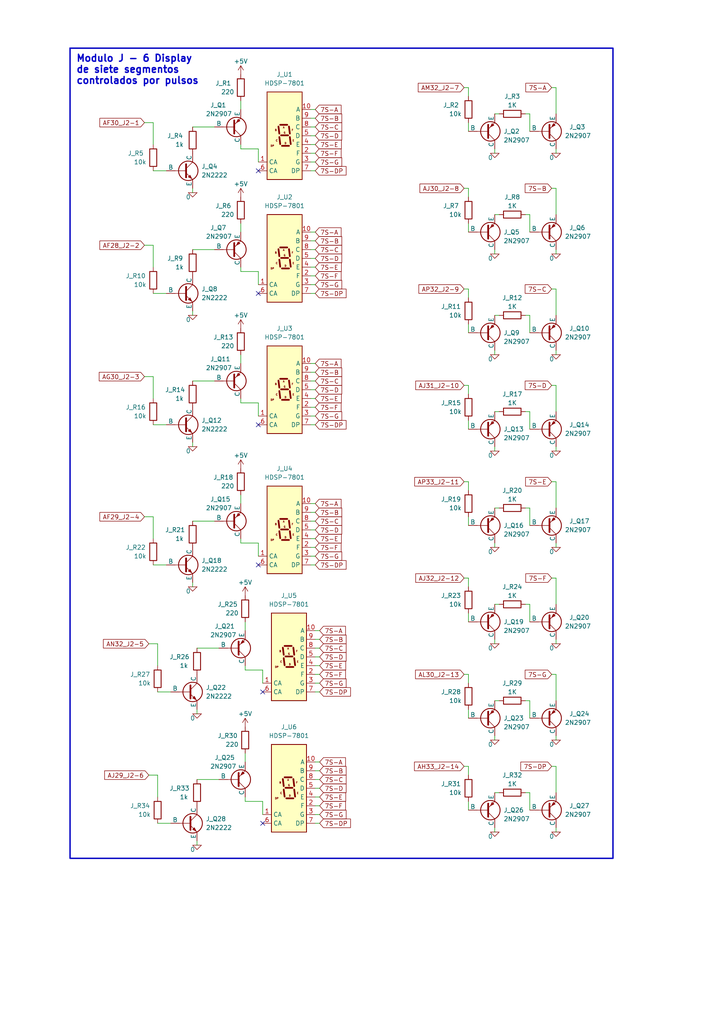
<source format=kicad_sch>
(kicad_sch (version 20230121) (generator eeschema)
  (paper "A4" portrait)
  (title_block (title "Maqueta de Laboratorio Remoto") (rev "2") (company "IIMAS UNAM") (comment 1 "Victor Manuel Lomas Barrie") (comment 2 "Abner Maya Vergara") (comment 3 "Autores:") (comment 4 "Circuito referido al diagrama de maqueta 2.0"))
  (lib_symbols
    (symbol "Device:R" (pin_numbers hide) (pin_names (offset 0))
      (property "Reference" "R" (at 2.032 0 90))
      (property "Value" "R" (at 0 0 90))
      (symbol "R_0_1"
        (rectangle (start -1.016 -2.54) (end 1.016 2.54) (stroke (width 0.254)))
      )
      (symbol "R_1_1"
        (pin passive line (at 0 3.81 270) (length 1.27) (name "~") (number "1"))
        (pin passive line (at 0 -3.81 90) (length 1.27) (name "~") (number "2"))
      )
    )
    (symbol "Display_Character:HDSP-7801"
      (property "Reference" "U" (at -3.81 13.97 0))
      (property "Value" "HDSP-7801" (at 6.35 13.97 0))
      (symbol "HDSP-7801_1_0"
        (text "A" (at 0.254 2.413 0) (effects (font (size 0.508 0.508))))
        (text "B" (at 2.54 1.651 0) (effects (font (size 0.508 0.508))))
        (text "C" (at 2.286 -1.397 0) (effects (font (size 0.508 0.508))))
        (text "D" (at -0.254 -2.159 0) (effects (font (size 0.508 0.508))))
        (text "DP" (at 3.556 -2.921 0) (effects (font (size 0.508 0.508))))
        (text "E" (at -2.54 -1.397 0) (effects (font (size 0.508 0.508))))
        (text "F" (at -2.286 1.651 0) (effects (font (size 0.508 0.508))))
        (text "G" (at 0 0.889 0) (effects (font (size 0.508 0.508))))
      )
      (symbol "HDSP-7801_1_1"
        (rectangle (start -5.08 12.7) (end 5.08 -12.7) (stroke (width 0.254)) (fill (type background)))
        (polyline (pts (xy -1.524 -0.381) (xy -1.778 -2.413)) (stroke (width 0.508)))
        (polyline (pts (xy -1.27 -2.921) (xy 0.762 -2.921)) (stroke (width 0.508)))
        (polyline (pts (xy -1.27 2.667) (xy -1.524 0.635)) (stroke (width 0.508)))
        (polyline (pts (xy -1.016 0.127) (xy 1.016 0.127)) (stroke (width 0.508)))
        (polyline (pts (xy -0.762 3.175) (xy 1.27 3.175)) (stroke (width 0.508)))
        (polyline (pts (xy 1.524 -0.381) (xy 1.27 -2.413)) (stroke (width 0.508)))
        (polyline (pts (xy 1.778 2.667) (xy 1.524 0.635)) (stroke (width 0.508)))
        (polyline (pts (xy 2.54 -2.921) (xy 2.54 -2.921)) (stroke (width 0.508)))
        (pin input line (at 7.62 -7.62 180) (length 2.54) (name "CA") (number "1"))
        (pin input line (at -7.62 7.62 0) (length 2.54) (name "A") (number "10"))
        (pin input line (at -7.62 -5.08 0) (length 2.54) (name "F") (number "2"))
        (pin input line (at -7.62 -7.62 0) (length 2.54) (name "G") (number "3"))
        (pin input line (at -7.62 -2.54 0) (length 2.54) (name "E") (number "4"))
        (pin input line (at -7.62 0 0) (length 2.54) (name "D") (number "5"))
        (pin input line (at 7.62 -10.16 180) (length 2.54) (name "CA") (number "6"))
        (pin input line (at -7.62 -10.16 0) (length 2.54) (name "DP") (number "7"))
        (pin input line (at -7.62 2.54 0) (length 2.54) (name "C") (number "8"))
        (pin input line (at -7.62 5.08 0) (length 2.54) (name "B") (number "9"))
      )
    )
    (symbol "Simulation_SPICE:0" (power) (pin_names (offset 0))
      (property "Value" "0" (at 0 -1.778 0))
      (symbol "0_0_1"
        (polyline (pts (xy -1.27 0) (xy 0 -1.27) (xy 1.27 0) (xy -1.27 0)))
      )
      (symbol "0_1_1"
        (pin power_in line (at 0 0 0) (length 0) hide (name "0") (number "1"))
      )
    )
    (symbol "Simulation_SPICE:NPN" (pin_numbers hide) (pin_names (offset 0))
      (property "Reference" "Q" (at -2.54 7.62 0))
      (property "Value" "NPN" (at -2.54 5.08 0))
      (symbol "NPN_0_1"
        (polyline (pts (xy -2.54 0) (xy 0.635 0)) (stroke (width 0.1524)))
        (polyline (pts (xy 0.635 0.635) (xy 2.54 2.54)))
        (polyline (pts (xy 2.794 -1.27) (xy 2.794 -1.27)) (stroke (width 0.1524)))
        (polyline (pts (xy 2.794 -1.27) (xy 2.794 -1.27)) (stroke (width 0.1524)))
        (polyline (pts (xy 0.635 -0.635) (xy 2.54 -2.54) (xy 2.54 -2.54)))
        (polyline (pts (xy 0.635 1.905) (xy 0.635 -1.905) (xy 0.635 -1.905)) (stroke (width 0.508)))
        (polyline (pts (xy 1.27 -1.778) (xy 1.778 -1.27) (xy 2.286 -2.286) (xy 1.27 -1.778) (xy 1.27 -1.778)) (fill (type outline)))
        (circle (center 1.27 0) (radius 2.8194) (stroke (width 0.254)))
      )
      (symbol "NPN_1_1"
        (pin open_collector line (at 2.54 5.08 270) (length 2.54) (name "C") (number "1"))
        (pin input line (at -5.08 0 0) (length 2.54) (name "B") (number "2"))
        (pin open_emitter line (at 2.54 -5.08 90) (length 2.54) (name "E") (number "3"))
      )
    )
    (symbol "Simulation_SPICE:PNP" (pin_numbers hide) (pin_names (offset 0))
      (property "Reference" "Q" (at -2.54 7.62 0))
      (property "Value" "PNP" (at -2.54 5.08 0))
      (symbol "PNP_0_1"
        (polyline (pts (xy -2.54 0) (xy 0.635 0)) (stroke (width 0.1524)))
        (polyline (pts (xy 0.635 0.635) (xy 2.54 2.54)))
        (polyline (pts (xy 0.635 -0.635) (xy 2.54 -2.54) (xy 2.54 -2.54)))
        (polyline (pts (xy 0.635 1.905) (xy 0.635 -1.905) (xy 0.635 -1.905)) (stroke (width 0.508)))
        (polyline (pts (xy 2.286 -1.778) (xy 1.778 -2.286) (xy 1.27 -1.27) (xy 2.286 -1.778) (xy 2.286 -1.778)) (fill (type outline)))
        (circle (center 1.27 0) (radius 2.8194) (stroke (width 0.254)))
      )
      (symbol "PNP_1_1"
        (pin open_collector line (at 2.54 5.08 270) (length 2.54) (name "C") (number "1"))
        (pin input line (at -5.08 0 0) (length 2.54) (name "B") (number "2"))
        (pin open_emitter line (at 2.54 -5.08 90) (length 2.54) (name "E") (number "3"))
      )
    )
    (symbol "power:+5V" (power) (pin_names (offset 0))
      (property "Value" "+5V" (at 0 3.556 0))
      (symbol "+5V_0_1"
        (polyline (pts (xy -0.762 1.27) (xy 0 2.54)))
        (polyline (pts (xy 0 0) (xy 0 2.54)))
        (polyline (pts (xy 0 2.54) (xy 0.762 1.27)))
      )
      (symbol "+5V_1_1"
        (pin power_in line (at 0 0 90) (length 0) hide (name "+5V") (number "1"))
      )
    )
  )
  (no_connect (at 74.93 163.83))
  (no_connect (at 74.93 123.19))
  (no_connect (at 76.2 200.66))
  (no_connect (at 74.93 85.09))
  (no_connect (at 74.93 49.53))
  (no_connect (at 76.2 238.76))
  (wire (pts (xy 44.45 71.12) (xy 44.45 77.47)))
  (wire (pts (xy 90.17 41.91) (xy 91.44 41.91)))
  (wire (pts (xy 153.67 96.52) (xy 153.67 91.44)))
  (wire (pts (xy 41.91 109.22) (xy 44.45 109.22)))
  (wire (pts (xy 153.67 124.46) (xy 153.67 119.38)))
  (wire (pts (xy 134.62 222.25) (xy 135.89 222.25)))
  (wire (pts (xy 69.85 143.51) (xy 69.85 146.05)))
  (wire (pts (xy 153.67 180.34) (xy 153.67 175.26)))
  (wire (pts (xy 91.44 182.88) (xy 92.71 182.88)))
  (wire (pts (xy 144.78 33.02) (xy 143.51 33.02)))
  (wire (pts (xy 144.78 119.38) (xy 143.51 119.38)))
  (wire (pts (xy 144.78 175.26) (xy 143.51 175.26)))
  (wire (pts (xy 55.88 90.17) (xy 55.88 91.44)))
  (wire (pts (xy 144.78 229.87) (xy 143.51 229.87)))
  (wire (pts (xy 74.93 78.74) (xy 74.93 82.55)))
  (wire (pts (xy 44.45 123.19) (xy 48.26 123.19)))
  (wire (pts (xy 161.29 139.7) (xy 161.29 147.32)))
  (wire (pts (xy 90.17 36.83) (xy 91.44 36.83)))
  (wire (pts (xy 44.45 35.56) (xy 44.45 41.91)))
  (wire (pts (xy 90.17 44.45) (xy 91.44 44.45)))
  (wire (pts (xy 153.67 91.44) (xy 152.4 91.44)))
  (wire (pts (xy 160.02 25.4) (xy 161.29 25.4)))
  (wire (pts (xy 161.29 195.58) (xy 161.29 203.2)))
  (wire (pts (xy 55.88 151.13) (xy 62.23 151.13)))
  (wire (pts (xy 90.17 34.29) (xy 91.44 34.29)))
  (wire (pts (xy 135.89 232.41) (xy 135.89 234.95)))
  (wire (pts (xy 153.67 38.1) (xy 153.67 33.02)))
  (wire (pts (xy 135.89 93.98) (xy 135.89 96.52)))
  (wire (pts (xy 90.17 69.85) (xy 91.44 69.85)))
  (wire (pts (xy 90.17 74.93) (xy 91.44 74.93)))
  (wire (pts (xy 153.67 152.4) (xy 153.67 147.32)))
  (wire (pts (xy 69.85 78.74) (xy 74.93 78.74)))
  (wire (pts (xy 160.02 167.64) (xy 161.29 167.64)))
  (wire (pts (xy 90.17 105.41) (xy 91.44 105.41)))
  (wire (pts (xy 90.17 158.75) (xy 91.44 158.75)))
  (wire (pts (xy 91.44 187.96) (xy 92.71 187.96)))
  (wire (pts (xy 153.67 119.38) (xy 152.4 119.38)))
  (wire (pts (xy 161.29 240.03) (xy 161.29 241.3)))
  (wire (pts (xy 43.18 224.79) (xy 45.72 224.79)))
  (wire (pts (xy 90.17 146.05) (xy 91.44 146.05)))
  (wire (pts (xy 91.44 195.58) (xy 92.71 195.58)))
  (wire (pts (xy 55.88 128.27) (xy 55.88 129.54)))
  (wire (pts (xy 71.12 218.44) (xy 71.12 220.98)))
  (wire (pts (xy 161.29 157.48) (xy 161.29 158.75)))
  (wire (pts (xy 55.88 110.49) (xy 62.23 110.49)))
  (wire (pts (xy 55.88 36.83) (xy 62.23 36.83)))
  (wire (pts (xy 135.89 195.58) (xy 135.89 198.12)))
  (wire (pts (xy 135.89 83.82) (xy 135.89 86.36)))
  (wire (pts (xy 143.51 101.6) (xy 143.51 102.87)))
  (wire (pts (xy 91.44 238.76) (xy 92.71 238.76)))
  (wire (pts (xy 144.78 203.2) (xy 143.51 203.2)))
  (wire (pts (xy 57.15 187.96) (xy 63.5 187.96)))
  (wire (pts (xy 161.29 54.61) (xy 161.29 62.23)))
  (wire (pts (xy 90.17 31.75) (xy 91.44 31.75)))
  (wire (pts (xy 161.29 25.4) (xy 161.29 33.02)))
  (wire (pts (xy 69.85 115.57) (xy 69.85 116.84)))
  (wire (pts (xy 71.12 180.34) (xy 71.12 182.88)))
  (wire (pts (xy 55.88 54.61) (xy 55.88 55.88)))
  (wire (pts (xy 90.17 39.37) (xy 91.44 39.37)))
  (wire (pts (xy 153.67 229.87) (xy 152.4 229.87)))
  (wire (pts (xy 57.15 243.84) (xy 57.15 245.11)))
  (wire (pts (xy 153.67 33.02) (xy 152.4 33.02)))
  (wire (pts (xy 134.62 54.61) (xy 135.89 54.61)))
  (wire (pts (xy 135.89 139.7) (xy 135.89 142.24)))
  (wire (pts (xy 91.44 200.66) (xy 92.71 200.66)))
  (wire (pts (xy 44.45 85.09) (xy 48.26 85.09)))
  (wire (pts (xy 55.88 72.39) (xy 62.23 72.39)))
  (wire (pts (xy 69.85 156.21) (xy 69.85 157.48)))
  (wire (pts (xy 69.85 102.87) (xy 69.85 105.41)))
  (wire (pts (xy 153.67 62.23) (xy 152.4 62.23)))
  (wire (pts (xy 44.45 109.22) (xy 44.45 115.57)))
  (wire (pts (xy 74.93 43.18) (xy 74.93 46.99)))
  (wire (pts (xy 90.17 156.21) (xy 91.44 156.21)))
  (wire (pts (xy 90.17 161.29) (xy 91.44 161.29)))
  (wire (pts (xy 44.45 163.83) (xy 48.26 163.83)))
  (wire (pts (xy 134.62 83.82) (xy 135.89 83.82)))
  (wire (pts (xy 90.17 72.39) (xy 91.44 72.39)))
  (wire (pts (xy 135.89 205.74) (xy 135.89 208.28)))
  (wire (pts (xy 45.72 200.66) (xy 49.53 200.66)))
  (wire (pts (xy 71.12 232.41) (xy 76.2 232.41)))
  (wire (pts (xy 161.29 213.36) (xy 161.29 214.63)))
  (wire (pts (xy 134.62 167.64) (xy 135.89 167.64)))
  (wire (pts (xy 90.17 113.03) (xy 91.44 113.03)))
  (wire (pts (xy 91.44 236.22) (xy 92.71 236.22)))
  (wire (pts (xy 90.17 118.11) (xy 91.44 118.11)))
  (wire (pts (xy 135.89 54.61) (xy 135.89 57.15)))
  (wire (pts (xy 135.89 149.86) (xy 135.89 152.4)))
  (wire (pts (xy 71.12 194.31) (xy 76.2 194.31)))
  (wire (pts (xy 134.62 25.4) (xy 135.89 25.4)))
  (wire (pts (xy 41.91 71.12) (xy 44.45 71.12)))
  (wire (pts (xy 160.02 54.61) (xy 161.29 54.61)))
  (wire (pts (xy 160.02 195.58) (xy 161.29 195.58)))
  (wire (pts (xy 90.17 85.09) (xy 91.44 85.09)))
  (wire (pts (xy 91.44 223.52) (xy 92.71 223.52)))
  (wire (pts (xy 153.67 208.28) (xy 153.67 203.2)))
  (wire (pts (xy 153.67 175.26) (xy 152.4 175.26)))
  (wire (pts (xy 91.44 231.14) (xy 92.71 231.14)))
  (wire (pts (xy 55.88 168.91) (xy 55.88 170.18)))
  (wire (pts (xy 161.29 72.39) (xy 161.29 73.66)))
  (wire (pts (xy 134.62 195.58) (xy 135.89 195.58)))
  (wire (pts (xy 144.78 62.23) (xy 143.51 62.23)))
  (wire (pts (xy 45.72 186.69) (xy 45.72 193.04)))
  (wire (pts (xy 71.12 193.04) (xy 71.12 194.31)))
  (wire (pts (xy 143.51 240.03) (xy 143.51 241.3)))
  (wire (pts (xy 90.17 80.01) (xy 91.44 80.01)))
  (wire (pts (xy 91.44 226.06) (xy 92.71 226.06)))
  (wire (pts (xy 135.89 121.92) (xy 135.89 124.46)))
  (wire (pts (xy 153.67 147.32) (xy 152.4 147.32)))
  (wire (pts (xy 90.17 163.83) (xy 91.44 163.83)))
  (wire (pts (xy 90.17 107.95) (xy 91.44 107.95)))
  (wire (pts (xy 69.85 41.91) (xy 69.85 43.18)))
  (wire (pts (xy 90.17 46.99) (xy 91.44 46.99)))
  (wire (pts (xy 90.17 49.53) (xy 91.44 49.53)))
  (wire (pts (xy 161.29 101.6) (xy 161.29 102.87)))
  (wire (pts (xy 90.17 115.57) (xy 91.44 115.57)))
  (wire (pts (xy 45.72 224.79) (xy 45.72 231.14)))
  (wire (pts (xy 161.29 185.42) (xy 161.29 186.69)))
  (wire (pts (xy 161.29 129.54) (xy 161.29 130.81)))
  (wire (pts (xy 91.44 220.98) (xy 92.71 220.98)))
  (wire (pts (xy 135.89 64.77) (xy 135.89 67.31)))
  (wire (pts (xy 91.44 185.42) (xy 92.71 185.42)))
  (wire (pts (xy 134.62 111.76) (xy 135.89 111.76)))
  (wire (pts (xy 90.17 110.49) (xy 91.44 110.49)))
  (wire (pts (xy 135.89 111.76) (xy 135.89 114.3)))
  (wire (pts (xy 76.2 232.41) (xy 76.2 236.22)))
  (wire (pts (xy 143.51 185.42) (xy 143.51 186.69)))
  (wire (pts (xy 161.29 83.82) (xy 161.29 91.44)))
  (wire (pts (xy 91.44 233.68) (xy 92.71 233.68)))
  (wire (pts (xy 144.78 91.44) (xy 143.51 91.44)))
  (wire (pts (xy 143.51 157.48) (xy 143.51 158.75)))
  (wire (pts (xy 69.85 43.18) (xy 74.93 43.18)))
  (wire (pts (xy 45.72 238.76) (xy 49.53 238.76)))
  (wire (pts (xy 69.85 29.21) (xy 69.85 31.75)))
  (wire (pts (xy 76.2 194.31) (xy 76.2 198.12)))
  (wire (pts (xy 143.51 72.39) (xy 143.51 73.66)))
  (wire (pts (xy 153.67 67.31) (xy 153.67 62.23)))
  (wire (pts (xy 74.93 116.84) (xy 74.93 120.65)))
  (wire (pts (xy 91.44 228.6) (xy 92.71 228.6)))
  (wire (pts (xy 91.44 193.04) (xy 92.71 193.04)))
  (wire (pts (xy 143.51 43.18) (xy 143.51 44.45)))
  (wire (pts (xy 90.17 67.31) (xy 91.44 67.31)))
  (wire (pts (xy 135.89 35.56) (xy 135.89 38.1)))
  (wire (pts (xy 144.78 147.32) (xy 143.51 147.32)))
  (wire (pts (xy 135.89 222.25) (xy 135.89 224.79)))
  (wire (pts (xy 44.45 49.53) (xy 48.26 49.53)))
  (wire (pts (xy 135.89 167.64) (xy 135.89 170.18)))
  (wire (pts (xy 91.44 198.12) (xy 92.71 198.12)))
  (wire (pts (xy 90.17 77.47) (xy 91.44 77.47)))
  (wire (pts (xy 74.93 157.48) (xy 74.93 161.29)))
  (wire (pts (xy 69.85 116.84) (xy 74.93 116.84)))
  (wire (pts (xy 69.85 157.48) (xy 74.93 157.48)))
  (wire (pts (xy 41.91 35.56) (xy 44.45 35.56)))
  (wire (pts (xy 161.29 43.18) (xy 161.29 44.45)))
  (wire (pts (xy 135.89 25.4) (xy 135.89 27.94)))
  (wire (pts (xy 69.85 77.47) (xy 69.85 78.74)))
  (wire (pts (xy 90.17 82.55) (xy 91.44 82.55)))
  (wire (pts (xy 57.15 205.74) (xy 57.15 207.01)))
  (wire (pts (xy 90.17 123.19) (xy 91.44 123.19)))
  (wire (pts (xy 160.02 139.7) (xy 161.29 139.7)))
  (wire (pts (xy 143.51 213.36) (xy 143.51 214.63)))
  (wire (pts (xy 135.89 177.8) (xy 135.89 180.34)))
  (wire (pts (xy 134.62 139.7) (xy 135.89 139.7)))
  (wire (pts (xy 161.29 222.25) (xy 161.29 229.87)))
  (wire (pts (xy 90.17 151.13) (xy 91.44 151.13)))
  (wire (pts (xy 90.17 120.65) (xy 91.44 120.65)))
  (wire (pts (xy 160.02 222.25) (xy 161.29 222.25)))
  (wire (pts (xy 91.44 190.5) (xy 92.71 190.5)))
  (wire (pts (xy 153.67 203.2) (xy 152.4 203.2)))
  (wire (pts (xy 160.02 83.82) (xy 161.29 83.82)))
  (wire (pts (xy 143.51 129.54) (xy 143.51 130.81)))
  (wire (pts (xy 90.17 148.59) (xy 91.44 148.59)))
  (wire (pts (xy 57.15 226.06) (xy 63.5 226.06)))
  (wire (pts (xy 69.85 64.77) (xy 69.85 67.31)))
  (wire (pts (xy 153.67 234.95) (xy 153.67 229.87)))
  (wire (pts (xy 90.17 153.67) (xy 91.44 153.67)))
  (wire (pts (xy 71.12 231.14) (xy 71.12 232.41)))
  (wire (pts (xy 160.02 111.76) (xy 161.29 111.76)))
  (wire (pts (xy 43.18 186.69) (xy 45.72 186.69)))
  (wire (pts (xy 44.45 149.86) (xy 44.45 156.21)))
  (wire (pts (xy 161.29 111.76) (xy 161.29 119.38)))
  (wire (pts (xy 161.29 167.64) (xy 161.29 175.26)))
  (wire (pts (xy 41.91 149.86) (xy 44.45 149.86)))
  (text_box "Modulo J - 6 Display \nde siete segmentos \ncontrolados por pulsos\n" (at 20.32 13.97 0) (size 157.48 234.95) (stroke (width 0.4)) (effects (font (size 2 2) (thickness 0.4) bold) (justify left top)))
  (global_label "7S-D" (shape input) (at 91.44 74.93 0) (property "Intersheetrefs" "${INTERSHEET_REFS}" (effects hide)))
  (global_label "7S-DP" (shape input) (at 91.44 85.09 0) (property "Intersheetrefs" "${INTERSHEET_REFS}" (effects hide)))
  (global_label "7S-A" (shape input) (at 91.44 146.05 0) (property "Intersheetrefs" "${INTERSHEET_REFS}" (effects hide)))
  (global_label "7S-E" (shape input) (at 91.44 77.47 0) (property "Intersheetrefs" "${INTERSHEET_REFS}" (effects hide)))
  (global_label "AJ31_J2-10" (shape input) (at 134.62 111.76 180) (property "Intersheetrefs" "${INTERSHEET_REFS}" (effects hide)))
  (global_label "7S-DP" (shape input) (at 92.71 200.66 0) (property "Intersheetrefs" "${INTERSHEET_REFS}" (effects hide)))
  (global_label "7S-B" (shape input) (at 91.44 69.85 0) (property "Intersheetrefs" "${INTERSHEET_REFS}" (effects hide)))
  (global_label "7S-B" (shape input) (at 92.71 185.42 0) (property "Intersheetrefs" "${INTERSHEET_REFS}" (effects hide)))
  (global_label "7S-C" (shape input) (at 160.02 83.82 180) (property "Intersheetrefs" "${INTERSHEET_REFS}" (effects hide)))
  (global_label "7S-C" (shape input) (at 91.44 36.83 0) (property "Intersheetrefs" "${INTERSHEET_REFS}" (effects hide)))
  (global_label "7S-A" (shape input) (at 91.44 67.31 0) (property "Intersheetrefs" "${INTERSHEET_REFS}" (effects hide)))
  (global_label "7S-D" (shape input) (at 92.71 190.5 0) (property "Intersheetrefs" "${INTERSHEET_REFS}" (effects hide)))
  (global_label "7S-C" (shape input) (at 91.44 110.49 0) (property "Intersheetrefs" "${INTERSHEET_REFS}" (effects hide)))
  (global_label "7S-DP" (shape input) (at 92.71 238.76 0) (property "Intersheetrefs" "${INTERSHEET_REFS}" (effects hide)))
  (global_label "7S-B" (shape input) (at 92.71 223.52 0) (property "Intersheetrefs" "${INTERSHEET_REFS}" (effects hide)))
  (global_label "7S-B" (shape input) (at 91.44 107.95 0) (property "Intersheetrefs" "${INTERSHEET_REFS}" (effects hide)))
  (global_label "7S-F" (shape input) (at 91.44 158.75 0) (property "Intersheetrefs" "${INTERSHEET_REFS}" (effects hide)))
  (global_label "AF29_J2-4" (shape input) (at 41.91 149.86 180) (property "Intersheetrefs" "${INTERSHEET_REFS}" (effects hide)))
  (global_label "7S-C" (shape input) (at 92.71 187.96 0) (property "Intersheetrefs" "${INTERSHEET_REFS}" (effects hide)))
  (global_label "7S-F" (shape input) (at 92.71 195.58 0) (property "Intersheetrefs" "${INTERSHEET_REFS}" (effects hide)))
  (global_label "7S-DP" (shape input) (at 91.44 49.53 0) (property "Intersheetrefs" "${INTERSHEET_REFS}" (effects hide)))
  (global_label "7S-E" (shape input) (at 91.44 41.91 0) (property "Intersheetrefs" "${INTERSHEET_REFS}" (effects hide)))
  (global_label "7S-G" (shape input) (at 91.44 120.65 0) (property "Intersheetrefs" "${INTERSHEET_REFS}" (effects hide)))
  (global_label "AG30_J2-3" (shape input) (at 41.91 109.22 180) (property "Intersheetrefs" "${INTERSHEET_REFS}" (effects hide)))
  (global_label "7S-D" (shape input) (at 91.44 153.67 0) (property "Intersheetrefs" "${INTERSHEET_REFS}" (effects hide)))
  (global_label "7S-G" (shape input) (at 160.02 195.58 180) (property "Intersheetrefs" "${INTERSHEET_REFS}" (effects hide)))
  (global_label "7S-D" (shape input) (at 91.44 113.03 0) (property "Intersheetrefs" "${INTERSHEET_REFS}" (effects hide)))
  (global_label "AN32_J2-5" (shape input) (at 43.18 186.69 180) (property "Intersheetrefs" "${INTERSHEET_REFS}" (effects hide)))
  (global_label "7S-A" (shape input) (at 92.71 220.98 0) (property "Intersheetrefs" "${INTERSHEET_REFS}" (effects hide)))
  (global_label "7S-G" (shape input) (at 91.44 161.29 0) (property "Intersheetrefs" "${INTERSHEET_REFS}" (effects hide)))
  (global_label "7S-F" (shape input) (at 91.44 44.45 0) (property "Intersheetrefs" "${INTERSHEET_REFS}" (effects hide)))
  (global_label "7S-C" (shape input) (at 91.44 72.39 0) (property "Intersheetrefs" "${INTERSHEET_REFS}" (effects hide)))
  (global_label "7S-D" (shape input) (at 91.44 39.37 0) (property "Intersheetrefs" "${INTERSHEET_REFS}" (effects hide)))
  (global_label "AF30_J2-1" (shape input) (at 41.91 35.56 180) (property "Intersheetrefs" "${INTERSHEET_REFS}" (effects hide)))
  (global_label "7S-G" (shape input) (at 92.71 236.22 0) (property "Intersheetrefs" "${INTERSHEET_REFS}" (effects hide)))
  (global_label "7S-C" (shape input) (at 92.71 226.06 0) (property "Intersheetrefs" "${INTERSHEET_REFS}" (effects hide)))
  (global_label "7S-G" (shape input) (at 92.71 198.12 0) (property "Intersheetrefs" "${INTERSHEET_REFS}" (effects hide)))
  (global_label "7S-D" (shape input) (at 160.02 111.76 180) (property "Intersheetrefs" "${INTERSHEET_REFS}" (effects hide)))
  (global_label "7S-A" (shape input) (at 160.02 25.4 180) (property "Intersheetrefs" "${INTERSHEET_REFS}" (effects hide)))
  (global_label "7S-F" (shape input) (at 92.71 233.68 0) (property "Intersheetrefs" "${INTERSHEET_REFS}" (effects hide)))
  (global_label "7S-C" (shape input) (at 91.44 151.13 0) (property "Intersheetrefs" "${INTERSHEET_REFS}" (effects hide)))
  (global_label "7S-A" (shape input) (at 91.44 31.75 0) (property "Intersheetrefs" "${INTERSHEET_REFS}" (effects hide)))
  (global_label "7S-F" (shape input) (at 160.02 167.64 180) (property "Intersheetrefs" "${INTERSHEET_REFS}" (effects hide)))
  (global_label "7S-A" (shape input) (at 91.44 105.41 0) (property "Intersheetrefs" "${INTERSHEET_REFS}" (effects hide)))
  (global_label "7S-B" (shape input) (at 160.02 54.61 180) (property "Intersheetrefs" "${INTERSHEET_REFS}" (effects hide)))
  (global_label "7S-E" (shape input) (at 92.71 231.14 0) (property "Intersheetrefs" "${INTERSHEET_REFS}" (effects hide)))
  (global_label "7S-F" (shape input) (at 91.44 80.01 0) (property "Intersheetrefs" "${INTERSHEET_REFS}" (effects hide)))
  (global_label "7S-G" (shape input) (at 91.44 82.55 0) (property "Intersheetrefs" "${INTERSHEET_REFS}" (effects hide)))
  (global_label "7S-D" (shape input) (at 92.71 228.6 0) (property "Intersheetrefs" "${INTERSHEET_REFS}" (effects hide)))
  (global_label "7S-B" (shape input) (at 91.44 34.29 0) (property "Intersheetrefs" "${INTERSHEET_REFS}" (effects hide)))
  (global_label "AF28_J2-2" (shape input) (at 41.91 71.12 180) (property "Intersheetrefs" "${INTERSHEET_REFS}" (effects hide)))
  (global_label "7S-E" (shape input) (at 160.02 139.7 180) (property "Intersheetrefs" "${INTERSHEET_REFS}" (effects hide)))
  (global_label "7S-E" (shape input) (at 91.44 115.57 0) (property "Intersheetrefs" "${INTERSHEET_REFS}" (effects hide)))
  (global_label "AJ29_J2-6" (shape input) (at 43.18 224.79 180) (property "Intersheetrefs" "${INTERSHEET_REFS}" (effects hide)))
  (global_label "7S-A" (shape input) (at 92.71 182.88 0) (property "Intersheetrefs" "${INTERSHEET_REFS}" (effects hide)))
  (global_label "AP32_J2-9" (shape input) (at 134.62 83.82 180) (property "Intersheetrefs" "${INTERSHEET_REFS}" (effects hide)))
  (global_label "AP33_J2-11" (shape input) (at 134.62 139.7 180) (property "Intersheetrefs" "${INTERSHEET_REFS}" (effects hide)))
  (global_label "7S-E" (shape input) (at 92.71 193.04 0) (property "Intersheetrefs" "${INTERSHEET_REFS}" (effects hide)))
  (global_label "7S-B" (shape input) (at 91.44 148.59 0) (property "Intersheetrefs" "${INTERSHEET_REFS}" (effects hide)))
  (global_label "AM32_J2-7" (shape input) (at 134.62 25.4 180) (property "Intersheetrefs" "${INTERSHEET_REFS}" (effects hide)))
  (global_label "7S-DP" (shape input) (at 91.44 123.19 0) (property "Intersheetrefs" "${INTERSHEET_REFS}" (effects hide)))
  (global_label "7S-G" (shape input) (at 91.44 46.99 0) (property "Intersheetrefs" "${INTERSHEET_REFS}" (effects hide)))
  (global_label "AL30_J2-13" (shape input) (at 134.62 195.58 180) (property "Intersheetrefs" "${INTERSHEET_REFS}" (effects hide)))
  (global_label "7S-DP" (shape input) (at 160.02 222.25 180) (property "Intersheetrefs" "${INTERSHEET_REFS}" (effects hide)))
  (global_label "7S-E" (shape input) (at 91.44 156.21 0) (property "Intersheetrefs" "${INTERSHEET_REFS}" (effects hide)))
  (global_label "AJ30_J2-8" (shape input) (at 134.62 54.61 180) (property "Intersheetrefs" "${INTERSHEET_REFS}" (effects hide)))
  (global_label "AJ32_J2-12" (shape input) (at 134.62 167.64 180) (property "Intersheetrefs" "${INTERSHEET_REFS}" (effects hide)))
  (global_label "AH33_J2-14" (shape input) (at 134.62 222.25 180) (property "Intersheetrefs" "${INTERSHEET_REFS}" (effects hide)))
  (global_label "7S-F" (shape input) (at 91.44 118.11 0) (property "Intersheetrefs" "${INTERSHEET_REFS}" (effects hide)))
  (global_label "7S-DP" (shape input) (at 91.44 163.83 0) (property "Intersheetrefs" "${INTERSHEET_REFS}" (effects hide)))
  (symbol (lib_id "Device:R") (at 148.59 203.2 90) (unit 1)
    (property "Reference" "J_R29" (at 148.59 198.12 90))
    (property "Value" "1K" (at 148.59 200.66 90))
    (property "Sim.Device" "R" (effects hide))
    (property "Sim.Pins" "1=+ 2=-" (effects hide))
  )
  (symbol (lib_id "Device:R") (at 135.89 31.75 0) (mirror y) (unit 1)
    (property "Reference" "J_R2" (at 130.81 30.48 0))
    (property "Value" "10k" (at 132.08 33.02 0))
    (property "Sim.Device" "R" (effects hide))
    (property "Sim.Pins" "1=+ 2=-" (effects hide))
  )
  (symbol (lib_id "Device:R") (at 135.89 90.17 0) (mirror y) (unit 1)
    (property "Reference" "J_R11" (at 130.81 88.9 0))
    (property "Value" "10k" (at 132.08 91.44 0))
    (property "Sim.Device" "R" (effects hide))
    (property "Sim.Pins" "1=+ 2=-" (effects hide))
  )
  (symbol (lib_id "Device:R") (at 69.85 139.7 0) (unit 1)
    (property "Reference" "J_R18" (at 64.77 138.43 0))
    (property "Value" "220" (at 66.04 140.97 0))
    (property "Sim.Device" "R" (effects hide))
    (property "Sim.Pins" "1=+ 2=-" (effects hide))
  )
  (symbol (lib_id "Display_Character:HDSP-7801") (at 82.55 39.37 0) (mirror y) (unit 1)
    (property "Reference" "J_U1" (at 82.55 21.59 0))
    (property "Value" "HDSP-7801" (at 82.55 24.13 0))
    (property "Footprint" "Display_7Segment:HDSP-7801" (effects hide))
    (property "Datasheet" "https://docs.broadcom.com/docs/AV02-2553EN" (effects hide))
  )
  (symbol (lib_id "Simulation_SPICE:0") (at 143.51 241.3 0) (mirror y) (unit 1)
    (property "Reference" "#GND064" (effects hide))
    (property "Value" "0" (at 142.24 242.57 0))
  )
  (symbol (lib_id "Simulation_SPICE:0") (at 55.88 170.18 0) (mirror y) (unit 1)
    (property "Reference" "#GND058" (effects hide))
    (property "Value" "0" (at 54.61 171.45 0))
  )
  (symbol (lib_id "Simulation_SPICE:PNP") (at 67.31 151.13 0) (mirror x) (unit 1)
    (property "Reference" "J_Q15" (at 60.96 144.78 0) (effects (justify left)))
    (property "Value" "2N2907" (at 59.69 147.32 0) (effects (justify left)))
    (property "Sim.Device" "PNP" (effects hide))
    (property "Sim.Type" "GUMMELPOON" (effects hide))
    (property "Sim.Pins" "1=C 2=B 3=E" (effects hide))
  )
  (symbol (lib_id "Device:R") (at 135.89 173.99 0) (mirror y) (unit 1)
    (property "Reference" "J_R23" (at 130.81 172.72 0))
    (property "Value" "10k" (at 132.08 175.26 0))
    (property "Sim.Device" "R" (effects hide))
    (property "Sim.Pins" "1=+ 2=-" (effects hide))
  )
  (symbol (lib_id "Simulation_SPICE:PNP") (at 68.58 226.06 0) (mirror x) (unit 1)
    (property "Reference" "J_Q25" (at 62.23 219.71 0) (effects (justify left)))
    (property "Value" "2N2907" (at 60.96 222.25 0) (effects (justify left)))
    (property "Sim.Device" "PNP" (effects hide))
    (property "Sim.Type" "GUMMELPOON" (effects hide))
    (property "Sim.Pins" "1=C 2=B 3=E" (effects hide))
  )
  (symbol (lib_id "Display_Character:HDSP-7801") (at 82.55 153.67 0) (mirror y) (unit 1)
    (property "Reference" "J_U4" (at 82.55 135.89 0))
    (property "Value" "HDSP-7801" (at 82.55 138.43 0))
    (property "Footprint" "Display_7Segment:HDSP-7801" (effects hide))
    (property "Datasheet" "https://docs.broadcom.com/docs/AV02-2553EN" (effects hide))
  )
  (symbol (lib_id "power:+5V") (at 69.85 21.59 0) (mirror y) (unit 1)
    (property "Reference" "#PWR041" (effects hide))
    (property "Value" "+5V" (at 69.85 17.78 0))
  )
  (symbol (lib_id "Simulation_SPICE:PNP") (at 158.75 234.95 0) (mirror x) (unit 1)
    (property "Reference" "J_Q27" (at 165.1 233.68 0) (effects (justify left)))
    (property "Value" "2N2907" (at 163.83 236.22 0) (effects (justify left)))
    (property "Sim.Device" "PNP" (effects hide))
    (property "Sim.Type" "GUMMELPOON" (effects hide))
    (property "Sim.Pins" "1=C 2=B 3=E" (effects hide))
  )
  (symbol (lib_id "Simulation_SPICE:PNP") (at 140.97 208.28 0) (mirror x) (unit 1)
    (property "Reference" "J_Q23" (at 146.05 208.28 0) (effects (justify left)))
    (property "Value" "2N2907" (at 146.05 210.82 0) (effects (justify left)))
    (property "Sim.Device" "PNP" (effects hide))
    (property "Sim.Type" "GUMMELPOON" (effects hide))
    (property "Sim.Pins" "1=C 2=B 3=E" (effects hide))
  )
  (symbol (lib_id "power:+5V") (at 71.12 172.72 0) (mirror y) (unit 1)
    (property "Reference" "#PWR045" (effects hide))
    (property "Value" "+5V" (at 71.12 168.91 0))
  )
  (symbol (lib_id "Simulation_SPICE:0") (at 143.51 158.75 0) (mirror y) (unit 1)
    (property "Reference" "#GND056" (effects hide))
    (property "Value" "0" (at 142.24 160.02 0))
  )
  (symbol (lib_id "Simulation_SPICE:0") (at 143.51 102.87 0) (mirror y) (unit 1)
    (property "Reference" "#GND051" (effects hide))
    (property "Value" "0" (at 142.24 104.14 0))
  )
  (symbol (lib_id "Device:R") (at 45.72 234.95 0) (mirror y) (unit 1)
    (property "Reference" "J_R34" (at 40.64 233.68 0))
    (property "Value" "10k" (at 41.91 236.22 0))
    (property "Sim.Device" "R" (effects hide))
    (property "Sim.Pins" "1=+ 2=-" (effects hide))
  )
  (symbol (lib_id "Device:R") (at 148.59 91.44 90) (unit 1)
    (property "Reference" "J_R12" (at 148.59 86.36 90))
    (property "Value" "1K" (at 148.59 88.9 90))
    (property "Sim.Device" "R" (effects hide))
    (property "Sim.Pins" "1=+ 2=-" (effects hide))
  )
  (symbol (lib_id "Device:R") (at 148.59 175.26 90) (unit 1)
    (property "Reference" "J_R24" (at 148.59 170.18 90))
    (property "Value" "1K" (at 148.59 172.72 90))
    (property "Sim.Device" "R" (effects hide))
    (property "Sim.Pins" "1=+ 2=-" (effects hide))
  )
  (symbol (lib_id "Simulation_SPICE:PNP") (at 67.31 72.39 0) (mirror x) (unit 1)
    (property "Reference" "J_Q7" (at 60.96 66.04 0) (effects (justify left)))
    (property "Value" "2N2907" (at 59.69 68.58 0) (effects (justify left)))
    (property "Sim.Device" "PNP" (effects hide))
    (property "Sim.Type" "GUMMELPOON" (effects hide))
    (property "Sim.Pins" "1=C 2=B 3=E" (effects hide))
  )
  (symbol (lib_id "Device:R") (at 148.59 33.02 90) (unit 1)
    (property "Reference" "J_R3" (at 148.59 27.94 90))
    (property "Value" "1K" (at 148.59 30.48 90))
    (property "Sim.Device" "R" (effects hide))
    (property "Sim.Pins" "1=+ 2=-" (effects hide))
  )
  (symbol (lib_id "Simulation_SPICE:PNP") (at 67.31 36.83 0) (mirror x) (unit 1)
    (property "Reference" "J_Q1" (at 60.96 30.48 0) (effects (justify left)))
    (property "Value" "2N2907" (at 59.69 33.02 0) (effects (justify left)))
    (property "Sim.Device" "PNP" (effects hide))
    (property "Sim.Type" "GUMMELPOON" (effects hide))
    (property "Sim.Pins" "1=C 2=B 3=E" (effects hide))
  )
  (symbol (lib_id "Device:R") (at 69.85 99.06 0) (unit 1)
    (property "Reference" "J_R13" (at 64.77 97.79 0))
    (property "Value" "220" (at 66.04 100.33 0))
    (property "Sim.Device" "R" (effects hide))
    (property "Sim.Pins" "1=+ 2=-" (effects hide))
  )
  (symbol (lib_id "Device:R") (at 69.85 25.4 0) (unit 1)
    (property "Reference" "J_R1" (at 64.77 24.13 0))
    (property "Value" "220" (at 66.04 26.67 0))
    (property "Sim.Device" "R" (effects hide))
    (property "Sim.Pins" "1=+ 2=-" (effects hide))
  )
  (symbol (lib_id "power:+5V") (at 71.12 210.82 0) (mirror y) (unit 1)
    (property "Reference" "#PWR046" (effects hide))
    (property "Value" "+5V" (at 71.12 207.01 0))
  )
  (symbol (lib_id "Simulation_SPICE:PNP") (at 158.75 152.4 0) (mirror x) (unit 1)
    (property "Reference" "J_Q17" (at 165.1 151.13 0) (effects (justify left)))
    (property "Value" "2N2907" (at 163.83 153.67 0) (effects (justify left)))
    (property "Sim.Device" "PNP" (effects hide))
    (property "Sim.Type" "GUMMELPOON" (effects hide))
    (property "Sim.Pins" "1=C 2=B 3=E" (effects hide))
  )
  (symbol (lib_id "Simulation_SPICE:0") (at 55.88 91.44 0) (mirror y) (unit 1)
    (property "Reference" "#GND050" (effects hide))
    (property "Value" "0" (at 54.61 92.71 0))
  )
  (symbol (lib_id "Device:R") (at 55.88 154.94 0) (unit 1)
    (property "Reference" "J_R21" (at 50.8 153.67 0))
    (property "Value" "1k" (at 52.07 156.21 0))
    (property "Sim.Device" "R" (effects hide))
    (property "Sim.Pins" "1=+ 2=-" (effects hide))
  )
  (symbol (lib_id "Simulation_SPICE:PNP") (at 140.97 180.34 0) (mirror x) (unit 1)
    (property "Reference" "J_Q19" (at 146.05 180.34 0) (effects (justify left)))
    (property "Value" "2N2907" (at 146.05 182.88 0) (effects (justify left)))
    (property "Sim.Device" "PNP" (effects hide))
    (property "Sim.Type" "GUMMELPOON" (effects hide))
    (property "Sim.Pins" "1=C 2=B 3=E" (effects hide))
  )
  (symbol (lib_id "Device:R") (at 44.45 160.02 0) (mirror y) (unit 1)
    (property "Reference" "J_R22" (at 39.37 158.75 0))
    (property "Value" "10k" (at 40.64 161.29 0))
    (property "Sim.Device" "R" (effects hide))
    (property "Sim.Pins" "1=+ 2=-" (effects hide))
  )
  (symbol (lib_id "Simulation_SPICE:0") (at 161.29 186.69 0) (mirror y) (unit 1)
    (property "Reference" "#GND060" (effects hide))
    (property "Value" "0" (at 160.02 187.96 0))
  )
  (symbol (lib_id "Simulation_SPICE:NPN") (at 53.34 123.19 0) (unit 1)
    (property "Reference" "J_Q12" (at 58.42 121.92 0) (effects (justify left)))
    (property "Value" "2N2222" (at 58.42 124.46 0) (effects (justify left)))
    (property "Sim.Device" "NPN" (effects hide))
    (property "Sim.Type" "GUMMELPOON" (effects hide))
    (property "Sim.Pins" "1=C 2=B 3=E" (effects hide))
  )
  (symbol (lib_id "Device:R") (at 148.59 229.87 90) (unit 1)
    (property "Reference" "J_R32" (at 148.59 224.79 90))
    (property "Value" "1K" (at 148.59 227.33 90))
    (property "Sim.Device" "R" (effects hide))
    (property "Sim.Pins" "1=+ 2=-" (effects hide))
  )
  (symbol (lib_id "Device:R") (at 135.89 228.6 0) (mirror y) (unit 1)
    (property "Reference" "J_R31" (at 130.81 227.33 0))
    (property "Value" "10k" (at 132.08 229.87 0))
    (property "Sim.Device" "R" (effects hide))
    (property "Sim.Pins" "1=+ 2=-" (effects hide))
  )
  (symbol (lib_id "Simulation_SPICE:0") (at 57.15 207.01 0) (mirror y) (unit 1)
    (property "Reference" "#GND061" (effects hide))
    (property "Value" "0" (at 55.88 208.28 0))
  )
  (symbol (lib_id "Simulation_SPICE:NPN") (at 53.34 85.09 0) (unit 1)
    (property "Reference" "J_Q8" (at 58.42 83.82 0) (effects (justify left)))
    (property "Value" "2N2222" (at 58.42 86.36 0) (effects (justify left)))
    (property "Sim.Device" "NPN" (effects hide))
    (property "Sim.Type" "GUMMELPOON" (effects hide))
    (property "Sim.Pins" "1=C 2=B 3=E" (effects hide))
  )
  (symbol (lib_id "Simulation_SPICE:0") (at 55.88 55.88 0) (mirror y) (unit 1)
    (property "Reference" "#GND047" (effects hide))
    (property "Value" "0" (at 54.61 57.15 0))
  )
  (symbol (lib_id "Simulation_SPICE:0") (at 161.29 241.3 0) (mirror y) (unit 1)
    (property "Reference" "#GND065" (effects hide))
    (property "Value" "0" (at 160.02 242.57 0))
  )
  (symbol (lib_id "Simulation_SPICE:PNP") (at 140.97 152.4 0) (mirror x) (unit 1)
    (property "Reference" "J_Q16" (at 146.05 152.4 0) (effects (justify left)))
    (property "Value" "2N2907" (at 146.05 154.94 0) (effects (justify left)))
    (property "Sim.Device" "PNP" (effects hide))
    (property "Sim.Type" "GUMMELPOON" (effects hide))
    (property "Sim.Pins" "1=C 2=B 3=E" (effects hide))
  )
  (symbol (lib_id "power:+5V") (at 69.85 95.25 0) (mirror y) (unit 1)
    (property "Reference" "#PWR043" (effects hide))
    (property "Value" "+5V" (at 69.85 91.44 0))
  )
  (symbol (lib_id "Device:R") (at 148.59 119.38 90) (unit 1)
    (property "Reference" "J_R17" (at 148.59 114.3 90))
    (property "Value" "1K" (at 148.59 116.84 90))
    (property "Sim.Device" "R" (effects hide))
    (property "Sim.Pins" "1=+ 2=-" (effects hide))
  )
  (symbol (lib_id "Device:R") (at 44.45 81.28 0) (mirror y) (unit 1)
    (property "Reference" "J_R10" (at 39.37 80.01 0))
    (property "Value" "10k" (at 40.64 82.55 0))
    (property "Sim.Device" "R" (effects hide))
    (property "Sim.Pins" "1=+ 2=-" (effects hide))
  )
  (symbol (lib_id "Device:R") (at 55.88 76.2 0) (unit 1)
    (property "Reference" "J_R9" (at 50.8 74.93 0))
    (property "Value" "1k" (at 52.07 77.47 0))
    (property "Sim.Device" "R" (effects hide))
    (property "Sim.Pins" "1=+ 2=-" (effects hide))
  )
  (symbol (lib_id "Simulation_SPICE:0") (at 57.15 245.11 0) (mirror y) (unit 1)
    (property "Reference" "#GND066" (effects hide))
    (property "Value" "0" (at 55.88 246.38 0))
  )
  (symbol (lib_id "Device:R") (at 71.12 214.63 0) (unit 1)
    (property "Reference" "J_R30" (at 66.04 213.36 0))
    (property "Value" "220" (at 67.31 215.9 0))
    (property "Sim.Device" "R" (effects hide))
    (property "Sim.Pins" "1=+ 2=-" (effects hide))
  )
  (symbol (lib_id "Simulation_SPICE:NPN") (at 54.61 238.76 0) (unit 1)
    (property "Reference" "J_Q28" (at 59.69 237.49 0) (effects (justify left)))
    (property "Value" "2N2222" (at 59.69 240.03 0) (effects (justify left)))
    (property "Sim.Device" "NPN" (effects hide))
    (property "Sim.Type" "GUMMELPOON" (effects hide))
    (property "Sim.Pins" "1=C 2=B 3=E" (effects hide))
  )
  (symbol (lib_id "Device:R") (at 71.12 176.53 0) (unit 1)
    (property "Reference" "J_R25" (at 66.04 175.26 0))
    (property "Value" "220" (at 67.31 177.8 0))
    (property "Sim.Device" "R" (effects hide))
    (property "Sim.Pins" "1=+ 2=-" (effects hide))
  )
  (symbol (lib_id "Simulation_SPICE:PNP") (at 158.75 124.46 0) (mirror x) (unit 1)
    (property "Reference" "J_Q14" (at 165.1 123.19 0) (effects (justify left)))
    (property "Value" "2N2907" (at 163.83 125.73 0) (effects (justify left)))
    (property "Sim.Device" "PNP" (effects hide))
    (property "Sim.Type" "GUMMELPOON" (effects hide))
    (property "Sim.Pins" "1=C 2=B 3=E" (effects hide))
  )
  (symbol (lib_id "Simulation_SPICE:0") (at 161.29 214.63 0) (mirror y) (unit 1)
    (property "Reference" "#GND063" (effects hide))
    (property "Value" "0" (at 160.02 215.9 0))
  )
  (symbol (lib_id "Simulation_SPICE:0") (at 143.51 130.81 0) (mirror y) (unit 1)
    (property "Reference" "#GND054" (effects hide))
    (property "Value" "0" (at 142.24 132.08 0))
  )
  (symbol (lib_id "Simulation_SPICE:PNP") (at 140.97 124.46 0) (mirror x) (unit 1)
    (property "Reference" "J_Q13" (at 146.05 124.46 0) (effects (justify left)))
    (property "Value" "2N2907" (at 146.05 127 0) (effects (justify left)))
    (property "Sim.Device" "PNP" (effects hide))
    (property "Sim.Type" "GUMMELPOON" (effects hide))
    (property "Sim.Pins" "1=C 2=B 3=E" (effects hide))
  )
  (symbol (lib_id "Simulation_SPICE:0") (at 143.51 214.63 0) (mirror y) (unit 1)
    (property "Reference" "#GND062" (effects hide))
    (property "Value" "0" (at 142.24 215.9 0))
  )
  (symbol (lib_id "Device:R") (at 135.89 146.05 0) (mirror y) (unit 1)
    (property "Reference" "J_R19" (at 130.81 144.78 0))
    (property "Value" "10k" (at 132.08 147.32 0))
    (property "Sim.Device" "R" (effects hide))
    (property "Sim.Pins" "1=+ 2=-" (effects hide))
  )
  (symbol (lib_id "Simulation_SPICE:0") (at 161.29 44.45 0) (mirror y) (unit 1)
    (property "Reference" "#GND046" (effects hide))
    (property "Value" "0" (at 160.02 45.72 0))
  )
  (symbol (lib_id "Device:R") (at 57.15 229.87 0) (unit 1)
    (property "Reference" "J_R33" (at 52.07 228.6 0))
    (property "Value" "1k" (at 53.34 231.14 0))
    (property "Sim.Device" "R" (effects hide))
    (property "Sim.Pins" "1=+ 2=-" (effects hide))
  )
  (symbol (lib_id "Simulation_SPICE:PNP") (at 67.31 110.49 0) (mirror x) (unit 1)
    (property "Reference" "J_Q11" (at 60.96 104.14 0) (effects (justify left)))
    (property "Value" "2N2907" (at 59.69 106.68 0) (effects (justify left)))
    (property "Sim.Device" "PNP" (effects hide))
    (property "Sim.Type" "GUMMELPOON" (effects hide))
    (property "Sim.Pins" "1=C 2=B 3=E" (effects hide))
  )
  (symbol (lib_id "Device:R") (at 55.88 40.64 0) (unit 1)
    (property "Reference" "J_R4" (at 50.8 39.37 0))
    (property "Value" "1k" (at 52.07 41.91 0))
    (property "Sim.Device" "R" (effects hide))
    (property "Sim.Pins" "1=+ 2=-" (effects hide))
  )
  (symbol (lib_id "Simulation_SPICE:PNP") (at 158.75 67.31 0) (mirror x) (unit 1)
    (property "Reference" "J_Q6" (at 165.1 66.04 0) (effects (justify left)))
    (property "Value" "2N2907" (at 163.83 68.58 0) (effects (justify left)))
    (property "Sim.Device" "PNP" (effects hide))
    (property "Sim.Type" "GUMMELPOON" (effects hide))
    (property "Sim.Pins" "1=C 2=B 3=E" (effects hide))
  )
  (symbol (lib_id "power:+5V") (at 69.85 57.15 0) (mirror y) (unit 1)
    (property "Reference" "#PWR042" (effects hide))
    (property "Value" "+5V" (at 69.85 53.34 0))
  )
  (symbol (lib_id "Simulation_SPICE:0") (at 161.29 158.75 0) (mirror y) (unit 1)
    (property "Reference" "#GND057" (effects hide))
    (property "Value" "0" (at 160.02 160.02 0))
  )
  (symbol (lib_id "Simulation_SPICE:0") (at 161.29 73.66 0) (mirror y) (unit 1)
    (property "Reference" "#GND049" (effects hide))
    (property "Value" "0" (at 160.02 74.93 0))
  )
  (symbol (lib_id "Simulation_SPICE:0") (at 143.51 186.69 0) (mirror y) (unit 1)
    (property "Reference" "#GND059" (effects hide))
    (property "Value" "0" (at 142.24 187.96 0))
  )
  (symbol (lib_id "Simulation_SPICE:PNP") (at 158.75 208.28 0) (mirror x) (unit 1)
    (property "Reference" "J_Q24" (at 165.1 207.01 0) (effects (justify left)))
    (property "Value" "2N2907" (at 163.83 209.55 0) (effects (justify left)))
    (property "Sim.Device" "PNP" (effects hide))
    (property "Sim.Type" "GUMMELPOON" (effects hide))
    (property "Sim.Pins" "1=C 2=B 3=E" (effects hide))
  )
  (symbol (lib_id "Device:R") (at 44.45 45.72 0) (mirror y) (unit 1)
    (property "Reference" "J_R5" (at 39.37 44.45 0))
    (property "Value" "10k" (at 40.64 46.99 0))
    (property "Sim.Device" "R" (effects hide))
    (property "Sim.Pins" "1=+ 2=-" (effects hide))
  )
  (symbol (lib_id "Simulation_SPICE:PNP") (at 140.97 234.95 0) (mirror x) (unit 1)
    (property "Reference" "J_Q26" (at 146.05 234.95 0) (effects (justify left)))
    (property "Value" "2N2907" (at 146.05 237.49 0) (effects (justify left)))
    (property "Sim.Device" "PNP" (effects hide))
    (property "Sim.Type" "GUMMELPOON" (effects hide))
    (property "Sim.Pins" "1=C 2=B 3=E" (effects hide))
  )
  (symbol (lib_id "Simulation_SPICE:PNP") (at 68.58 187.96 0) (mirror x) (unit 1)
    (property "Reference" "J_Q21" (at 62.23 181.61 0) (effects (justify left)))
    (property "Value" "2N2907" (at 60.96 184.15 0) (effects (justify left)))
    (property "Sim.Device" "PNP" (effects hide))
    (property "Sim.Type" "GUMMELPOON" (effects hide))
    (property "Sim.Pins" "1=C 2=B 3=E" (effects hide))
  )
  (symbol (lib_id "Display_Character:HDSP-7801") (at 83.82 190.5 0) (mirror y) (unit 1)
    (property "Reference" "J_U5" (at 83.82 172.72 0))
    (property "Value" "HDSP-7801" (at 83.82 175.26 0))
    (property "Footprint" "Display_7Segment:HDSP-7801" (effects hide))
    (property "Datasheet" "https://docs.broadcom.com/docs/AV02-2553EN" (effects hide))
  )
  (symbol (lib_id "Device:R") (at 57.15 191.77 0) (unit 1)
    (property "Reference" "J_R26" (at 52.07 190.5 0))
    (property "Value" "1k" (at 53.34 193.04 0))
    (property "Sim.Device" "R" (effects hide))
    (property "Sim.Pins" "1=+ 2=-" (effects hide))
  )
  (symbol (lib_id "Simulation_SPICE:0") (at 161.29 130.81 0) (mirror y) (unit 1)
    (property "Reference" "#GND055" (effects hide))
    (property "Value" "0" (at 160.02 132.08 0))
  )
  (symbol (lib_id "Device:R") (at 44.45 119.38 0) (mirror y) (unit 1)
    (property "Reference" "J_R16" (at 39.37 118.11 0))
    (property "Value" "10k" (at 40.64 120.65 0))
    (property "Sim.Device" "R" (effects hide))
    (property "Sim.Pins" "1=+ 2=-" (effects hide))
  )
  (symbol (lib_id "Device:R") (at 55.88 114.3 0) (unit 1)
    (property "Reference" "J_R14" (at 50.8 113.03 0))
    (property "Value" "1k" (at 52.07 115.57 0))
    (property "Sim.Device" "R" (effects hide))
    (property "Sim.Pins" "1=+ 2=-" (effects hide))
  )
  (symbol (lib_id "Simulation_SPICE:PNP") (at 140.97 38.1 0) (mirror x) (unit 1)
    (property "Reference" "J_Q2" (at 146.05 38.1 0) (effects (justify left)))
    (property "Value" "2N2907" (at 146.05 40.64 0) (effects (justify left)))
    (property "Sim.Device" "PNP" (effects hide))
    (property "Sim.Type" "GUMMELPOON" (effects hide))
    (property "Sim.Pins" "1=C 2=B 3=E" (effects hide))
  )
  (symbol (lib_id "Simulation_SPICE:NPN") (at 53.34 163.83 0) (unit 1)
    (property "Reference" "J_Q18" (at 58.42 162.56 0) (effects (justify left)))
    (property "Value" "2N2222" (at 58.42 165.1 0) (effects (justify left)))
    (property "Sim.Device" "NPN" (effects hide))
    (property "Sim.Type" "GUMMELPOON" (effects hide))
    (property "Sim.Pins" "1=C 2=B 3=E" (effects hide))
  )
  (symbol (lib_id "Simulation_SPICE:0") (at 143.51 73.66 0) (mirror y) (unit 1)
    (property "Reference" "#GND048" (effects hide))
    (property "Value" "0" (at 142.24 74.93 0))
  )
  (symbol (lib_id "Simulation_SPICE:NPN") (at 54.61 200.66 0) (unit 1)
    (property "Reference" "J_Q22" (at 59.69 199.39 0) (effects (justify left)))
    (property "Value" "2N2222" (at 59.69 201.93 0) (effects (justify left)))
    (property "Sim.Device" "NPN" (effects hide))
    (property "Sim.Type" "GUMMELPOON" (effects hide))
    (property "Sim.Pins" "1=C 2=B 3=E" (effects hide))
  )
  (symbol (lib_id "Simulation_SPICE:NPN") (at 53.34 49.53 0) (unit 1)
    (property "Reference" "J_Q4" (at 58.42 48.26 0) (effects (justify left)))
    (property "Value" "2N2222" (at 58.42 50.8 0) (effects (justify left)))
    (property "Sim.Device" "NPN" (effects hide))
    (property "Sim.Type" "GUMMELPOON" (effects hide))
    (property "Sim.Pins" "1=C 2=B 3=E" (effects hide))
  )
  (symbol (lib_id "Device:R") (at 135.89 118.11 0) (mirror y) (unit 1)
    (property "Reference" "J_R15" (at 130.81 116.84 0))
    (property "Value" "10k" (at 132.08 119.38 0))
    (property "Sim.Device" "R" (effects hide))
    (property "Sim.Pins" "1=+ 2=-" (effects hide))
  )
  (symbol (lib_id "Simulation_SPICE:0") (at 143.51 44.45 0) (mirror y) (unit 1)
    (property "Reference" "#GND045" (effects hide))
    (property "Value" "0" (at 142.24 45.72 0))
  )
  (symbol (lib_id "Display_Character:HDSP-7801") (at 82.55 113.03 0) (mirror y) (unit 1)
    (property "Reference" "J_U3" (at 82.55 95.25 0))
    (property "Value" "HDSP-7801" (at 82.55 97.79 0))
    (property "Footprint" "Display_7Segment:HDSP-7801" (effects hide))
    (property "Datasheet" "https://docs.broadcom.com/docs/AV02-2553EN" (effects hide))
  )
  (symbol (lib_id "Simulation_SPICE:PNP") (at 140.97 96.52 0) (mirror x) (unit 1)
    (property "Reference" "J_Q9" (at 146.05 96.52 0) (effects (justify left)))
    (property "Value" "2N2907" (at 146.05 99.06 0) (effects (justify left)))
    (property "Sim.Device" "PNP" (effects hide))
    (property "Sim.Type" "GUMMELPOON" (effects hide))
    (property "Sim.Pins" "1=C 2=B 3=E" (effects hide))
  )
  (symbol (lib_id "Simulation_SPICE:PNP") (at 158.75 38.1 0) (mirror x) (unit 1)
    (property "Reference" "J_Q3" (at 165.1 36.83 0) (effects (justify left)))
    (property "Value" "2N2907" (at 163.83 39.37 0) (effects (justify left)))
    (property "Sim.Device" "PNP" (effects hide))
    (property "Sim.Type" "GUMMELPOON" (effects hide))
    (property "Sim.Pins" "1=C 2=B 3=E" (effects hide))
  )
  (symbol (lib_id "Display_Character:HDSP-7801") (at 83.82 228.6 0) (mirror y) (unit 1)
    (property "Reference" "J_U6" (at 83.82 210.82 0))
    (property "Value" "HDSP-7801" (at 83.82 213.36 0))
    (property "Footprint" "Display_7Segment:HDSP-7801" (effects hide))
    (property "Datasheet" "https://docs.broadcom.com/docs/AV02-2553EN" (effects hide))
  )
  (symbol (lib_id "Simulation_SPICE:PNP") (at 158.75 180.34 0) (mirror x) (unit 1)
    (property "Reference" "J_Q20" (at 165.1 179.07 0) (effects (justify left)))
    (property "Value" "2N2907" (at 163.83 181.61 0) (effects (justify left)))
    (property "Sim.Device" "PNP" (effects hide))
    (property "Sim.Type" "GUMMELPOON" (effects hide))
    (property "Sim.Pins" "1=C 2=B 3=E" (effects hide))
  )
  (symbol (lib_id "Display_Character:HDSP-7801") (at 82.55 74.93 0) (mirror y) (unit 1)
    (property "Reference" "J_U2" (at 82.55 57.15 0))
    (property "Value" "HDSP-7801" (at 82.55 59.69 0))
    (property "Footprint" "Display_7Segment:HDSP-7801" (effects hide))
    (property "Datasheet" "https://docs.broadcom.com/docs/AV02-2553EN" (effects hide))
  )
  (symbol (lib_id "Device:R") (at 148.59 147.32 90) (unit 1)
    (property "Reference" "J_R20" (at 148.59 142.24 90))
    (property "Value" "1K" (at 148.59 144.78 90))
    (property "Sim.Device" "R" (effects hide))
    (property "Sim.Pins" "1=+ 2=-" (effects hide))
  )
  (symbol (lib_id "Device:R") (at 69.85 60.96 0) (unit 1)
    (property "Reference" "J_R6" (at 64.77 59.69 0))
    (property "Value" "220" (at 66.04 62.23 0))
    (property "Sim.Device" "R" (effects hide))
    (property "Sim.Pins" "1=+ 2=-" (effects hide))
  )
  (symbol (lib_id "Device:R") (at 45.72 196.85 0) (mirror y) (unit 1)
    (property "Reference" "J_R27" (at 40.64 195.58 0))
    (property "Value" "10k" (at 41.91 198.12 0))
    (property "Sim.Device" "R" (effects hide))
    (property "Sim.Pins" "1=+ 2=-" (effects hide))
  )
  (symbol (lib_id "Device:R") (at 135.89 60.96 0) (mirror y) (unit 1)
    (property "Reference" "J_R7" (at 130.81 59.69 0))
    (property "Value" "10k" (at 132.08 62.23 0))
    (property "Sim.Device" "R" (effects hide))
    (property "Sim.Pins" "1=+ 2=-" (effects hide))
  )
  (symbol (lib_id "Simulation_SPICE:PNP") (at 158.75 96.52 0) (mirror x) (unit 1)
    (property "Reference" "J_Q10" (at 165.1 95.25 0) (effects (justify left)))
    (property "Value" "2N2907" (at 163.83 97.79 0) (effects (justify left)))
    (property "Sim.Device" "PNP" (effects hide))
    (property "Sim.Type" "GUMMELPOON" (effects hide))
    (property "Sim.Pins" "1=C 2=B 3=E" (effects hide))
  )
  (symbol (lib_id "Simulation_SPICE:0") (at 161.29 102.87 0) (mirror y) (unit 1)
    (property "Reference" "#GND052" (effects hide))
    (property "Value" "0" (at 160.02 104.14 0))
  )
  (symbol (lib_id "power:+5V") (at 69.85 135.89 0) (mirror y) (unit 1)
    (property "Reference" "#PWR044" (effects hide))
    (property "Value" "+5V" (at 69.85 132.08 0))
  )
  (symbol (lib_id "Simulation_SPICE:0") (at 55.88 129.54 0) (mirror y) (unit 1)
    (property "Reference" "#GND053" (effects hide))
    (property "Value" "0" (at 54.61 130.81 0))
  )
  (symbol (lib_id "Simulation_SPICE:PNP") (at 140.97 67.31 0) (mirror x) (unit 1)
    (property "Reference" "J_Q5" (at 146.05 67.31 0) (effects (justify left)))
    (property "Value" "2N2907" (at 146.05 69.85 0) (effects (justify left)))
    (property "Sim.Device" "PNP" (effects hide))
    (property "Sim.Type" "GUMMELPOON" (effects hide))
    (property "Sim.Pins" "1=C 2=B 3=E" (effects hide))
  )
  (symbol (lib_id "Device:R") (at 148.59 62.23 90) (unit 1)
    (property "Reference" "J_R8" (at 148.59 57.15 90))
    (property "Value" "1K" (at 148.59 59.69 90))
    (property "Sim.Device" "R" (effects hide))
    (property "Sim.Pins" "1=+ 2=-" (effects hide))
  )
  (symbol (lib_id "Device:R") (at 135.89 201.93 0) (mirror y) (unit 1)
    (property "Reference" "J_R28" (at 130.81 200.66 0))
    (property "Value" "10k" (at 132.08 203.2 0))
    (property "Sim.Device" "R" (effects hide))
    (property "Sim.Pins" "1=+ 2=-" (effects hide))
  )
)
</source>
